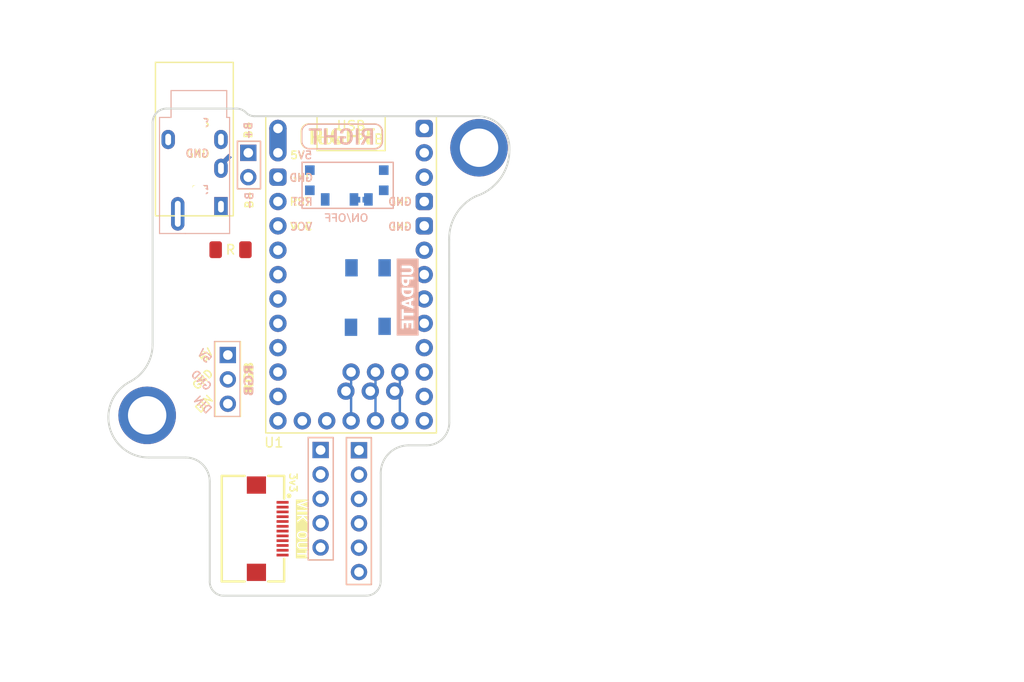
<source format=kicad_pcb>
(kicad_pcb (version 20240108) (generator "pcbnew") (generator_version "8.0")
  (layers (0 "F.Cu" signal) (31 "B.Cu" signal) (34 "B.Paste" user) (35 "F.Paste" user) (36 "B.SilkS" user "B.Silkscreen") (37 "F.SilkS" user "F.Silkscreen") (38 "B.Mask" user) (39 "F.Mask" user) (44 "Edge.Cuts" user))
  (net 0 "")
  (net 3 "col3_l")
  (net 4 "row1_l")
  (net 5 "col2_l")
  (net 6 "col1_l")
  (net 7 "row2_l")
  (net 8 "row4_l")
  (net 9 "row3_l")
  (net 10 "col4_l")
  (net 11 "col5_l")
  (net 12 "col6_l")
  (net 13 "row5_l")
  (net 14 "GND")
  (net 16 "+5V")
  (net 17 "serial_l")
  (net 18 "split_hand_l")
  (net 19 "BAT_sw_l")
  (net 20 "RGB_L")
  (net 22 "SCL_L")
  (net 23 "SDA_L")
  (net 24 "BAT_OR_5V_L")
  (net 25 "RST")
  (net 27 "GPIO_2_L")
  (net 28 "MISO_L")
  (net 29 "+3V3")
  (net 30 "TX")
  (net 31 "MOSI_L")
  (net 33 "SCLK_L")
  (net 34 "GPIO_1_L")
  (net 35 "SPI_CS_L")
  (footprint "library:5_PinHeader" (layer "F.Cu") (at 135 102.8)
    (property "Reference" "J9" (hide yes))
    (property "Value" "Ribbon")
    (fp_rect (start -1.29 -1.3) (end 1.32 11.46) (stroke (width 0.15)) (fill none) (layer "B.SilkS"))
    (fp_rect (start -1.29 -1.3) (end 1.32 11.46) (stroke (width 0.15)) (fill none) (layer "F.SilkS"))
    (pad "1" thru_hole rect (at 0 0) (size 1.7 1.7) (drill 1) (layers "*.Cu" "*.Mask") (net 3 "col3_l"))
    (pad "2" thru_hole oval (at 0 2.54) (size 1.7 1.7) (drill 1) (layers "*.Cu" "*.Mask") (net 4 "row1_l"))
    (pad "3" thru_hole oval (at 0 5.08) (size 1.7 1.7) (drill 1) (layers "*.Cu" "*.Mask") (net 5 "col2_l"))
    (pad "4" thru_hole oval (at 0 7.62) (size 1.7 1.7) (drill 1) (layers "*.Cu" "*.Mask") (net 6 "col1_l"))
    (pad "5" thru_hole oval (at 0 10.16) (size 1.7 1.7) (drill 1) (layers "*.Cu" "*.Mask") (net 7 "row2_l"))
  )
  (footprint "library:Dual-MCU-rp2040-nice-nano" (layer "F.Cu") (at 138.177458 84.51)
    (property "Reference" "U1" (at -9.14 17.51 0) (layer "F.SilkS") (effects (justify left)))
    (property "Value" "Dual MCU: RP2040 + nice!nano" (hide yes))
    (fp_line (start -3.55 -12.93) (end -3.55 -16.51) (stroke (width 0.15)) (layer "F.SilkS"))
    (fp_line (start 3.55 -12.93) (end -3.55 -12.93) (stroke (width 0.15)) (layer "F.SilkS"))
    (fp_line (start 3.55 -12.93) (end 3.55 -16.51) (stroke (width 0.15)) (layer "F.SilkS"))
    (fp_rect (start -8.89 -16.51) (end 8.89 16.51) (stroke (width 0.15)) (fill none) (layer "F.SilkS"))
    (fp_text user "GND" (at 5.1 -7.13 0) (layer "B.SilkS") (effects (font (size 0.8 0.8)) (justify bottom mirror)))
    (fp_text user "5V" (at -4.8 -11.98 0) (layer "B.SilkS") (effects (font (size 0.8 0.8)) (justify bottom mirror)))
    (fp_text user "GND" (at -5.2 -9.63 0) (layer "B.SilkS") (effects (font (size 0.8 0.8)) (justify bottom mirror)))
    (fp_text user "VCC" (at -5.2 -4.53 0) (layer "B.SilkS") (effects (font (size 0.8 0.8)) (justify bottom mirror)))
    (fp_text user "GND" (at 5.1 -4.53 0) (layer "B.SilkS") (effects (font (size 0.8 0.8)) (justify bottom mirror)))
    (fp_text user "RST" (at -5.1 -7.13 0) (layer "B.SilkS") (effects (font (size 0.8 0.8)) (justify bottom mirror)))
    (fp_text user "GND" (at -5.2 -9.63 0) (layer "F.SilkS") (effects (font (size 0.8 0.8)) (justify bottom)))
    (fp_text user "GND" (at 5.1 -4.53 0) (layer "F.SilkS") (effects (font (size 0.8 0.8)) (justify bottom)))
    (fp_text user "USB" (at 0 -14.93 0) (layer "F.SilkS") (effects (justify bottom)))
    (fp_text user "RST" (at -5.3 -7.13 0) (layer "F.SilkS") (effects (font (size 0.8 0.8)) (justify bottom)))
    (fp_text user "tow. PCB" (at 0 -13.53 0) (layer "F.SilkS") (effects (justify bottom)))
    (fp_text user "VCC" (at -5.2 -4.53 0) (layer "F.SilkS") (effects (font (size 0.8 0.8)) (justify bottom)))
    (fp_text user "5V" (at -5.6 -11.98 0) (layer "F.SilkS") (effects (font (size 0.8 0.8)) (justify bottom)))
    (fp_text user "GND" (at 5.1 -7.13 0) (layer "F.SilkS") (effects (font (size 0.8 0.8)) (justify bottom)))
    (pad "1" thru_hole circle (at 7.62 -12.7) (size 1.8 1.8) (drill 1) (layers "*.Cu" "B.Mask") (net 30 "TX"))
    (pad "2" thru_hole circle (at 7.62 -10.16) (size 1.8 1.8) (drill 1) (layers "*.Cu" "B.Mask") (net 17 "serial_l"))
    (pad "3" thru_hole roundrect (at 7.62 -7.62) (size 1.8 1.8) (drill 1) (layers "*.Cu" "B.Mask") (net 14 "GND"))
    (pad "4" thru_hole roundrect (at 7.62 -5.08) (size 1.8 1.8) (drill 1) (layers "*.Cu" "B.Mask") (net 14 "GND"))
    (pad "5" thru_hole circle (at 7.62 -2.54) (size 1.8 1.8) (drill 1) (layers "*.Cu" "B.Mask") (net 23 "SDA_L"))
    (pad "6" thru_hole circle (at 7.62 0) (size 1.8 1.8) (drill 1) (layers "*.Cu" "B.Mask") (net 22 "SCL_L"))
    (pad "7" thru_hole circle (at 7.62 2.54) (size 1.8 1.8) (drill 1) (layers "*.Cu" "B.Mask") (net 33 "SCLK_L"))
    (pad "8" thru_hole circle (at 7.62 5.08) (size 1.8 1.8) (drill 1) (layers "*.Cu" "B.Mask") (net 31 "MOSI_L"))
    (pad "9" thru_hole circle (at 7.62 7.62) (size 1.8 1.8) (drill 1) (layers "*.Cu" "B.Mask") (net 35 "SPI_CS_L"))
    (pad "10" thru_hole circle (at 7.62 10.16) (size 1.8 1.8) (drill 1) (layers "*.Cu" "B.Mask") (net 28 "MISO_L"))
    (pad "11" thru_hole circle (at 7.62 12.7) (size 1.8 1.8) (drill 1) (layers "*.Cu" "B.Mask") (net 4 "row1_l"))
    (pad "12" thru_hole circle (at 7.62 15.24) (size 1.8 1.8) (drill 1) (layers "*.Cu" "B.Mask") (net 7 "row2_l"))
    (pad "13" thru_hole oval (at -7.62 -12.7) (size 1.8 4.34) (drill 1 (offset 0 -1.27)) (layers "*.Cu" "B.Mask") (net 24 "BAT_OR_5V_L"))
    (pad "14" thru_hole roundrect (at -7.62 -10.16) (size 1.8 1.8) (drill 1) (layers "*.Cu" "B.Mask") (net 14 "GND"))
    (pad "15" thru_hole circle (at -7.62 -7.62) (size 1.8 1.8) (drill 1) (layers "*.Cu" "B.Mask") (net 25 "RST"))
    (pad "16" thru_hole circle (at -7.62 -5.08) (size 1.8 1.8) (drill 1) (layers "*.Cu" "B.Mask") (net 29 "+3V3"))
    (pad "17" thru_hole circle (at -7.62 -2.54) (size 1.8 1.8) (drill 1) (layers "*.Cu" "B.Mask") (net 34 "GPIO_1_L"))
    (pad "18" thru_hole circle (at -7.62 0) (size 1.8 1.8) (drill 1) (layers "*.Cu" "B.Mask") (net 27 "GPIO_2_L"))
    (pad "19" thru_hole circle (at -7.62 2.54) (size 1.8 1.8) (drill 1) (layers "*.Cu" "B.Mask") (net 6 "col1_l"))
    (pad "20" thru_hole circle (at -7.62 5.08) (size 1.8 1.8) (drill 1) (layers "*.Cu" "B.Mask") (net 5 "col2_l"))
    (pad "21" thru_hole circle (at -7.62 7.62) (size 1.8 1.8) (drill 1) (layers "*.Cu" "B.Mask") (net 3 "col3_l"))
    (pad "22" thru_hole circle (at -7.62 10.16) (size 1.8 1.8) (drill 1) (layers "*.Cu" "B.Mask") (net 10 "col4_l"))
    (pad "23" thru_hole circle (at -7.62 12.7) (size 1.8 1.8) (drill 1) (layers "*.Cu" "B.Mask") (net 11 "col5_l"))
    (pad "24" thru_hole circle (at -7.62 15.24) (size 1.8 1.8) (drill 1) (layers "*.Cu" "B.Mask") (net 18 "split_hand_l"))
    (pad "25" thru_hole circle (at 4.54 12.15) (size 1.8 1.8) (drill 1) (layers "*.Cu" "*.Mask") (net 9 "row3_l"))
    (pad "25" thru_hole circle (at 5.08 10.16) (size 1.8 1.8) (drill 1) (layers "*.Cu" "B.Mask") (net 9 "row3_l"))
    (pad "25" thru_hole circle (at 5.08 15.24) (size 1.8 1.8) (drill 1) (layers "*.Cu" "B.Mask") (net 9 "row3_l"))
    (pad "26" thru_hole circle (at 2 12.15) (size 1.8 1.8) (drill 1) (layers "*.Cu" "*.Mask") (net 8 "row4_l"))
    (pad "26" thru_hole circle (at 2.54 10.16) (size 1.8 1.8) (drill 1) (layers "*.Cu" "B.Mask") (net 8 "row4_l"))
    (pad "26" thru_hole circle (at 2.54 15.24) (size 1.8 1.8) (drill 1) (layers "*.Cu" "B.Mask") (net 8 "row4_l"))
    (pad "27" thru_hole circle (at -0.54 12.15) (size 1.8 1.8) (drill 1) (layers "*.Cu" "*.Mask") (net 20 "RGB_L"))
    (pad "27" thru_hole circle (at 0 10.16) (size 1.8 1.8) (drill 1) (layers "*.Cu" "B.Mask") (net 20 "RGB_L"))
    (pad "27" thru_hole circle (at 0 15.24) (size 1.8 1.8) (drill 1) (layers "*.Cu" "B.Mask") (net 20 "RGB_L"))
    (pad "28" thru_hole circle (at -2.54 15.24) (size 1.8 1.8) (drill 1) (layers "*.Cu" "B.Mask"))
    (pad "29" thru_hole circle (at -5.08 15.24) (size 1.8 1.8) (drill 1) (layers "*.Cu" "B.Mask"))
    (pad "30" thru_hole circle (at -7.62 -15.24) (size 1.8 1.8) (drill 1) (layers "*.Cu" "B.Mask"))
    (pad "31" thru_hole roundrect (at 7.62 -15.24) (size 1.8 1.8) (drill 1) (layers "*.Cu" "B.Mask"))
    (zone (net 0) (net_name "") (layers "*.Cu") (name "ANT") (connect_pads (clearance 0)) (min_thickness 0.25)
      (keepout (tracks allowed) (vias allowed) (pads allowed) (copperpour not_allowed) (footprints allowed))
      (fill (thermal_gap 0.5) (thermal_bridge_width 0.5))
      (polygon (pts (xy 124.287458 95.94) (xy 152.067458 95.94) (xy 152.067458 106.02) (xy 124.287458 106.02)))
    )
  )
  (footprint "library:header1x03" (layer "F.Cu") (at 125.337458 92.895)
    (property "Reference" "J4" (hide yes))
    (property "Value" "RGB")
    (fp_line (start -1.4 -1.41) (end -1.4 6.4) (stroke (width 0.12)) (layer "B.SilkS"))
    (fp_line (start 1.26 -1.41) (end -1.4 -1.41) (stroke (width 0.12)) (layer "B.SilkS"))
    (fp_line (start 1.26 -1.41) (end 1.26 6.4) (stroke (width 0.12)) (layer "B.SilkS"))
    (fp_line (start 1.26 6.4) (end -1.4 6.4) (stroke (width 0.12)) (layer "B.SilkS"))
    (fp_line (start -1.33 -1.4) (end -1.33 6.41) (stroke (width 0.12)) (layer "F.SilkS"))
    (fp_line (start -1.33 -1.4) (end 1.33 -1.4) (stroke (width 0.12)) (layer "F.SilkS"))
    (fp_line (start -1.33 6.41) (end 1.33 6.41) (stroke (width 0.12)) (layer "F.SilkS"))
    (fp_line (start 1.33 -1.4) (end 1.33 6.41) (stroke (width 0.12)) (layer "F.SilkS"))
    (pad "1" thru_hole rect (at 0 0) (size 1.7 1.7) (drill 1) (layers "*.Cu" "*.Mask") (net 16 "+5V"))
    (pad "2" thru_hole oval (at 0 2.54) (size 1.7 1.7) (drill 1) (layers "*.Cu" "*.Mask") (net 14 "GND"))
    (pad "3" thru_hole oval (at 0 5.08) (size 1.7 1.7) (drill 1) (layers "*.Cu" "*.Mask") (net 20 "RGB_L"))
  )
  (footprint "vik:vik-keyboard-connector-horizontal" (layer "F.Cu") (at 129 111 -90)
    (property "Reference" "J7" (hide yes))
    (property "Value" "~")
    (fp_line (start -5.5 4.295) (end -5.5 1.912) (stroke (width 0.254)) (layer "F.SilkS"))
    (fp_line (start 5.5 4.295) (end -5.5 4.295) (stroke (width 0.254)) (layer "F.SilkS"))
    (fp_line (start 5.5 4.295) (end 5.5 1.912) (stroke (width 0.254)) (layer "F.SilkS"))
    (fp_line (start -5.5 -0.539) (end -5.5 -2.2) (stroke (width 0.254)) (layer "F.SilkS"))
    (fp_line (start 5.5 -0.539) (end 5.5 -2.2) (stroke (width 0.254)) (layer "F.SilkS"))
    (fp_line (start -5.5 -2.2) (end -3.131 -2.2) (stroke (width 0.254)) (layer "F.SilkS"))
    (fp_line (start 5.5 -2.2) (end 3.131 -2.2) (stroke (width 0.254)) (layer "F.SilkS"))
    (fp_circle (center -3.429 -2.708) (end -3.302 -2.708) (stroke (width 0.254)) (fill none) (layer "F.SilkS"))
    (fp_text user "3v3" (at -5.9 -2.7 -90) (layer "F.SilkS") (effects (font (size 0.75 0.75)) (justify left bottom)))
    (fp_text user "VIK OUT" (at -3.05 -3.48 -90) (layer "F.SilkS" knockout) (effects (justify left bottom)))
    (pad "1" smd rect (at -2.75 -2.038 270) (size 0.28 1.25) (layers "F.Cu" "F.Paste" "F.Mask"))
    (pad "2" smd rect (at -2.25 -2.038 270) (size 0.28 1.25) (layers "F.Cu" "F.Paste" "F.Mask") (net 14 "GND"))
    (pad "3" smd rect (at -1.75 -2.038 270) (size 0.28 1.25) (layers "F.Cu" "F.Paste" "F.Mask") (net 23 "SDA_L"))
    (pad "4" smd rect (at -1.25 -2.038 270) (size 0.28 1.25) (layers "F.Cu" "F.Paste" "F.Mask") (net 22 "SCL_L"))
    (pad "5" smd rect (at -0.75 -2.038 270) (size 0.28 1.25) (layers "F.Cu" "F.Paste" "F.Mask") (net 20 "RGB_L"))
    (pad "6" smd rect (at -0.25 -2.038 270) (size 0.28 1.25) (layers "F.Cu" "F.Paste" "F.Mask") (net 16 "+5V"))
    (pad "7" smd rect (at 0.25 -2.038 270) (size 0.28 1.25) (layers "F.Cu" "F.Paste" "F.Mask"))
    (pad "8" smd rect (at 0.75 -2.038 270) (size 0.28 1.25) (layers "F.Cu" "F.Paste" "F.Mask") (net 31 "MOSI_L"))
    (pad "9" smd rect (at 1.25 -2.038 270) (size 0.28 1.25) (layers "F.Cu" "F.Paste" "F.Mask"))
    (pad "10" smd rect (at 1.75 -2.038 270) (size 0.28 1.25) (layers "F.Cu" "F.Paste" "F.Mask") (net 35 "SPI_CS_L"))
    (pad "11" smd rect (at 2.25 -2.038 270) (size 0.28 1.25) (layers "F.Cu" "F.Paste" "F.Mask") (net 28 "MISO_L"))
    (pad "12" smd rect (at 2.75 -2.038 270) (size 0.28 1.25) (layers "F.Cu" "F.Paste" "F.Mask") (net 33 "SCLK_L"))
    (pad "13" smd rect (at 4.55 0.686 270) (size 1.8 2) (layers "F.Cu" "F.Paste" "F.Mask"))
    (pad "14" smd rect (at -4.55 0.686 270) (size 1.8 2) (layers "F.Cu" "F.Paste" "F.Mask"))
  )
  (footprint "library:R_1206_handsolder" (layer "F.Cu") (at 125.617458 81.915)
    (property "Reference" "R6" (hide yes))
    (property "Value" "5.1k")
    (fp_text user "R" (at 0 0 0) (layer "F.SilkS"))
    (pad "1" smd roundrect (at -1.55 0) (size 1.3 1.75) (layers "F.Cu" "F.Paste" "F.Mask") (roundrect_rratio 0.192308) (net 16 "+5V"))
    (pad "2" smd roundrect (at 1.55 0) (size 1.3 1.75) (layers "F.Cu" "F.Paste" "F.Mask") (roundrect_rratio 0.192308) (net 18 "split_hand_l"))
  )
  (footprint "library:MountingHole_4mm_Pad_thin" (layer "F.Cu") (at 116.930078 99.18266)
    (property "Reference" "H4" (hide yes))
    (property "Value" "M4")
    (pad "1" thru_hole circle (at 0 0) (size 6 6) (drill 4) (layers "*.Cu" "*.Mask") (net 14 "GND"))
  )
  (footprint "library:MountingHole_4mm_Pad_thin" (layer "F.Cu") (at 151.505078 71.28266)
    (property "Reference" "H2" (hide yes))
    (property "Value" "M4")
    (pad "1" thru_hole circle (at 0 0) (size 6 6) (drill 4) (layers "*.Cu" "*.Mask") (net 14 "GND"))
  )
  (footprint "kibuzzard-61F01B61" (layer "F.Cu") (at 137.299356 70.089775)
    (property "Reference" "kibuzzard-61F01B61" (hide yes))
    (property "Value" "G***" (hide yes))
    (fp_poly (pts (xy -1.550487 0.84646) (xy -1.843492 0.84646) (xy -1.843492 -0.84646) (xy -1.550487 -0.84646) (xy -1.550487 0.84646)) (fill solid) (layer "F.SilkS"))
    (fp_poly (pts (xy 3.346889 -0.609265) (xy 2.819014 -0.609265) (xy 2.819014 0.84646) (xy 2.527171 0.84646) (xy 2.527171 -0.609265) (xy 2.003947 -0.609265) (xy 2.003947 -0.84646) (xy 3.346889 -0.84646) (xy 3.346889 -0.609265)) (fill solid) (layer "F.SilkS"))
    (fp_poly (pts (xy 1.776054 0.84646) (xy 1.483049 0.84646) (xy 1.483049 0.09418) (xy 0.726118 0.09418) (xy 0.726118 0.84646) (xy 0.43195 0.84646) (xy 0.43195 -0.84646) (xy 0.726118 -0.84646) (xy 0.726118 -0.141852) (xy 1.483049 -0.141852) (xy 1.483049 -0.84646) (xy 1.776054 -0.84646) (xy 1.776054 0.84646)) (fill solid) (layer "F.SilkS"))
    (fp_poly (pts (xy -2.724834 0.194174) (xy -3.052721 -0.041858) (xy -2.750414 -0.041858) (xy -2.617863 -0.060607) (xy -2.51787 -0.116853) (xy -2.455083 -0.205656) (xy -2.434154 -0.322073) (xy -2.453484 -0.442706) (xy -2.511475 -0.532526) (xy -2.607835 -0.588918) (xy -2.742274 -0.609265) (xy -3.052721 -0.609265) (xy -3.052721 -0.041858) (xy -2.724834 0.194174) (xy -3.052721 0.194174) (xy -3.052721 0.84646) (xy -3.346889 0.84646) (xy -3.346889 -0.84646) (xy -2.751576 -0.84646) (xy -2.571096 -0.831861) (xy -2.42033 -0.788066) (xy -2.299278 -0.715073) (xy -2.210782 -0.614433) (xy -2.157685 -0.487696) (xy -2.139986 -0.334863) (xy -2.160479 -0.178913) (xy -2.221957 -0.050578) (xy -2.320062 0.050724) (xy -2.450432 0.125574) (xy -2.070222 0.831345) (xy -2.070222 0.84646) (xy -2.38532 0.84646) (xy -2.724834 0.194174)) (fill solid) (layer "F.SilkS"))
    (fp_poly (pts (xy 0.108714 0.626706) (xy -0.000872 0.731932) (xy -0.145921 0.80809) (xy -0.319748 0.854308) (xy -0.515666 0.869714) (xy -0.652092 0.858991) (xy -0.777666 0.826823) (xy -0.892387 0.773209) (xy -1.037582 0.655919) (xy -1.145279 0.497063) (xy -1.195082 0.370649) (xy -1.225894 0.230929) (xy -1.237715 0.077902) (xy -1.237715 -0.054648) (xy -1.226233 -0.235996) (xy -1.191788 -0.396342) (xy -1.134378 -0.535687) (xy -1.054005 -0.65403) (xy -0.953067 -0.748392) (xy -0.833961 -0.815793) (xy -0.696687 -0.856234) (xy -0.541246 -0.869714) (xy -0.365805 -0.854211) (xy -0.216201 -0.807703) (xy -0.092436 -0.730188) (xy 0.003682 -0.623476) (xy 0.070345 -0.489376) (xy 0.107552 -0.327887) (xy -0.180803 -0.327887) (xy -0.22128 -0.461672) (xy -0.293877 -0.557233) (xy -0.398595 -0.61457) (xy -0.535432 -0.633682) (xy -0.709404 -0.598074) (xy -0.835995 -0.491249) (xy -0.89355 -0.381501) (xy -0.929013 -0.242169) (xy -0.942384 -0.073251) (xy -0.942384 0.056973) (xy -0.92953 0.226278) (xy -0.890966 0.368324) (xy -0.826694 0.48311) (xy -0.688475 0.596911) (xy -0.505202 0.634845) (xy -0.31219 0.609265) (xy -0.184291 0.532526) (xy -0.184291 0.201151) (xy -0.533107 0.201151) (xy -0.533107 -0.022092) (xy 0.108714 -0.022092) (xy 0.108714 0.626706)) (fill solid) (layer "F.SilkS"))
  )
  (footprint "library:PinHeader_1x02_P2.54mm_Vertical" (layer "F.Cu") (at 127.467458 71.815)
    (property "Reference" "J3" (hide yes))
    (property "Value" "Battery charge")
    (pad "1" thru_hole rect (at 0 0) (size 1.7 1.7) (drill 1) (layers "*.Cu" "*.Mask") (net 19 "BAT_sw_l"))
    (pad "2" thru_hole oval (at 0 2.54) (size 1.7 1.7) (drill 1) (layers "*.Cu" "*.Mask") (net 14 "GND"))
  )
  (footprint "library:6_PinHeader" (layer "F.Cu") (at 139 102.819999)
    (property "Reference" "J10" (hide yes))
    (property "Value" "Ribbon")
    (fp_rect (start -1.31 -1.31) (end 1.29 14) (stroke (width 0.15)) (fill none) (layer "B.SilkS"))
    (fp_rect (start -1.31 -1.31) (end 1.29 14) (stroke (width 0.15)) (fill none) (layer "F.SilkS"))
    (pad "1" thru_hole rect (at 0 0) (size 1.7 1.7) (drill 1) (layers "*.Cu" "*.Mask") (net 8 "row4_l"))
    (pad "2" thru_hole oval (at 0 2.54) (size 1.7 1.7) (drill 1) (layers "*.Cu" "*.Mask") (net 9 "row3_l"))
    (pad "3" thru_hole oval (at 0 5.08) (size 1.7 1.7) (drill 1) (layers "*.Cu" "*.Mask") (net 10 "col4_l"))
    (pad "4" thru_hole oval (at 0 7.62) (size 1.7 1.7) (drill 1) (layers "*.Cu" "*.Mask") (net 11 "col5_l"))
    (pad "5" thru_hole oval (at 0 10.16) (size 1.7 1.7) (drill 1) (layers "*.Cu" "*.Mask") (net 12 "col6_l"))
    (pad "6" thru_hole oval (at 0 12.7) (size 1.7 1.7) (drill 1) (layers "*.Cu" "*.Mask") (net 13 "row5_l"))
  )
  (footprint "kibuzzard-61F01C84" (layer "B.Cu") (at 144.067458 86.85 -90)
    (property "Reference" "kibuzzard-61F01C84" (hide yes))
    (property "Value" "G***" (hide yes))
    (fp_poly (pts (xy 0.508186 -0.149216) (xy 0.775069 -0.149216) (xy 0.641201 0.281378) (xy 0.508186 -0.149216)) (fill solid) (layer "B.SilkS"))
    (fp_poly (pts (xy -1.824695 0.040075) (xy -1.628583 0.040075) (xy -1.55195 0.050947) (xy -1.495994 0.083561) (xy -1.450377 0.206344) (xy -1.462101 0.284576) (xy -1.497273 0.345328) (xy -1.552696 0.38455) (xy -1.625172 0.398193) (xy -1.824695 0.398193) (xy -1.824695 0.040075)) (fill solid) (layer "B.SilkS"))
    (fp_poly (pts (xy -0.688098 0.398193) (xy -0.688098 -0.381992) (xy -0.584073 -0.381992) (xy -0.470243 -0.359077) (xy -0.386255 -0.290331) (xy -0.347886 -0.219323) (xy -0.324864 -0.128515) (xy -0.31719 -0.017906) (xy -0.31719 0.035812) (xy -0.324864 0.1459) (xy -0.347886 0.236282) (xy -0.386255 0.306958) (xy -0.471095 0.375384) (xy -0.587484 0.398193) (xy -0.688098 0.398193)) (fill solid) (layer "B.SilkS"))
    (fp_poly (pts (xy -3.288714 1.141894) (xy -2.310712 0.629264) (xy -2.310712 -0.183322) (xy -2.32542 -0.312181) (xy -2.369545 -0.422494) (xy -2.123979 -0.612211) (xy -2.123979 0.629264) (xy -1.628583 0.629264) (xy -1.494395 0.616154) (xy -1.376621 0.576825) (xy -1.279418 0.513302) (xy -1.206942 0.42761) (xy -1.161857 0.324331) (xy -1.146829 0.208049) (xy -1.161277 0.095072) (xy -1.204621 -0.001705) (xy -1.27686 -0.082282) (xy -1.3743 -0.142679) (xy -1.493246 -0.178917) (xy -1.633699 -0.190996) (xy -1.824695 -0.190996) (xy -1.824695 -0.612211) (xy -2.123979 -0.612211) (xy -2.369545 -0.422494) (xy -2.441169 -0.51149) (xy -2.538372 -0.576399) (xy -2.658384 -0.616048) (xy -2.798434 -0.629264) (xy -2.938933 -0.61619) (xy -3.058022 -0.576967) (xy -3.155699 -0.511597) (xy -3.228459 -0.423488) (xy -3.272798 -0.316053) (xy -3.288714 -0.189291) (xy -3.288714 0.629264) (xy -2.987725 0.629264) (xy -2.987725 -0.195259) (xy -2.964419 -0.308474) (xy -2.901322 -0.376403) (xy -2.798434 -0.399045) (xy -2.716792 -0.386255) (xy -2.657745 -0.347886) (xy -2.621933 -0.280739) (xy -2.609996 -0.181617) (xy -2.609996 0.629264) (xy -2.310712 0.629264) (xy -3.288714 1.141894) (xy -4.016318 1.141894) (xy -4.016318 -1.141894) (xy -0.987382 -0.612211) (xy -0.987382 0.629264) (xy -0.587484 0.629264) (xy -0.481469 0.620974) (xy -0.382845 0.596105) (xy -0.29161 0.554656) (xy -0.210465 0.498096) (xy -0.14211 0.427894) (xy -0.086545 0.344049) (xy -0.045475 0.249735) (xy -0.020606 0.148126) (xy -0.011937 0.039222) (xy -0.011937 -0.017906) (xy -0.019943 -0.127662) (xy -0.043959 -0.229555) (xy -0.083987 -0.323585) (xy -0.138557 -0.407146) (xy -0.206202 -0.477632) (xy 0.045191 -0.612211) (xy 0.500512 0.629264) (xy 0.78189 0.629264) (xy 1.267907 0.398193) (xy 1.267907 0.629264) (xy 2.305596 0.629264) (xy 2.305596 0.398193) (xy 1.932983 0.398193) (xy 1.932983 -0.612211) (xy 1.633699 -0.612211) (xy 1.633699 0.398193) (xy 1.267907 0.398193) (xy 0.78189 0.629264) (xy 1.240622 -0.612211) (xy 0.919169 -0.612211) (xy 0.846693 -0.380287) (xy 0.436563 -0.380287) (xy 0.364939 -0.612211) (xy 0.045191 -0.612211) (xy -0.206202 -0.477632) (xy -0.28692 -0.535045) (xy -0.377539 -0.577536) (xy -0.474885 -0.603258) (xy -0.578957 -0.612211) (xy -0.987382 -0.612211) (xy -4.016318 -1.141894) (xy -3.288714 -1.141894) (xy 3.288714 -1.141894) (xy 3.287009 -0.612211) (xy 2.43179 -0.612211) (xy 2.43179 0.629264) (xy 3.288714 0.629264) (xy 3.288714 0.398193) (xy 2.731074 0.398193) (xy 2.731074 0.136426) (xy 3.201743 0.136426) (xy 3.201743 -0.086119) (xy 2.731074 -0.086119) (xy 2.731074 -0.381992) (xy 3.287009 -0.381992) (xy 3.287009 -0.612211) (xy 3.288714 -1.141894) (xy 4.016318 -1.141894) (xy 4.016318 1.141894) (xy 3.288714 1.141894) (xy -3.288714 1.141894)) (fill solid) (layer "B.SilkS"))
  )
  (footprint "library:power_switch_jumper" (layer "B.Cu") (at 139.249958 76.7 90)
    (property "Reference" "JP1" (hide yes))
    (property "Value" "Jumper_2_Open" (hide yes))
    (pad "1" smd rect (at 0 -0.3175) (size 0.4 0.6) (layers "B.Cu" "B.Paste" "B.Mask") (net 24 "BAT_OR_5V_L") (clearance 0.1905))
    (pad "2" smd rect (at 0 0.3175) (size 0.4 0.6) (layers "B.Cu" "B.Paste" "B.Mask") (net 19 "BAT_sw_l") (clearance 0.1905))
  )
  (footprint "kibuzzard-620B8593" (layer "B.Cu") (at 137.667458 78.6 180)
    (property "Reference" "kibuzzard-620B8593" (hide yes))
    (property "Value" "G***" (hide yes))
    (fp_poly (pts (xy -0.393774 -0.496404) (xy -0.512217 -0.496404) (xy -0.15689 0.484001) (xy -0.038447 0.484001) (xy -0.393774 -0.496404)) (fill solid) (layer "B.SilkS"))
    (fp_poly (pts (xy 2.175371 -0.036277) (xy 1.811982 -0.036277) (xy 1.811982 -0.418889) (xy 1.655093 -0.418889) (xy 1.655093 0.484001) (xy 2.228701 0.484001) (xy 2.228701 0.357498) (xy 1.811982 0.357498) (xy 1.811982 0.088987) (xy 2.175371 0.088987) (xy 2.175371 -0.036277)) (fill solid) (layer "B.SilkS"))
    (fp_poly (pts (xy 1.477739 -0.036277) (xy 1.114351 -0.036277) (xy 1.114351 -0.418889) (xy 0.957461 -0.418889) (xy 0.957461 0.484001) (xy 1.531069 0.484001) (xy 1.531069 0.357498) (xy 1.114351 0.357498) (xy 1.114351 0.088987) (xy 1.477739 0.088987) (xy 1.477739 -0.036277)) (fill solid) (layer "B.SilkS"))
    (fp_poly (pts (xy -0.607095 -0.418889) (xy -0.763984 -0.418889) (xy -1.16644 0.221692) (xy -1.16644 -0.418889) (xy -1.32333 -0.418889) (xy -1.32333 0.484001) (xy -1.16644 0.484001) (xy -0.762744 -0.15906) (xy -0.762744 0.484001) (xy -0.607095 0.484001) (xy -0.607095 -0.418889)) (fill solid) (layer "B.SilkS"))
    (fp_poly (pts (xy 0.801191 0.008992) (xy 0.644302 0.056121) (xy 0.637997 0.14838) (xy 0.619084 0.225068) (xy 0.587561 0.286184) (xy 0.518961 0.34618) (xy 0.426641 0.366179) (xy 0.336026 0.346258) (xy 0.267581 0.286494) (xy 0.235576 0.226033) (xy 0.216042 0.150895) (xy 0.208979 0.061082) (xy 0.208979 0.008992) (xy 0.215422 -0.082717) (xy 0.234749 -0.159405) (xy 0.26696 -0.221072) (xy 0.336181 -0.281998) (xy 0.427881 -0.302307) (xy 0.520046 -0.282463) (xy 0.588181 -0.222932) (xy 0.619359 -0.161885) (xy 0.638066 -0.084577) (xy 0.644302 0.008992) (xy 0.644302 0.056121) (xy 0.801191 0.008992) (xy 0.796093 -0.075861) (xy 0.780796 -0.153479) (xy 0.755303 -0.223862) (xy 0.69957 -0.312384) (xy 0.624148 -0.377651) (xy 0.564444 -0.407451) (xy 0.499022 -0.425331) (xy 0.427881 -0.431292) (xy 0.324089 -0.417881) (xy 0.232234 -0.377651) (xy 0.156115 -0.312617) (xy 0.099529 -0.224792) (xy 0.073449 -0.15527) (xy 0.057636 -0.078996) (xy 0.05209 0.004031) (xy 0.05209 0.05488) (xy 0.057292 0.139492) (xy 0.072898 0.217213) (xy 0.098909 0.288044) (xy 0.134393 0.35016) (xy 0.178421 0.401733) (xy 0.230994 0.442764) (xy 0.322538 0.482994) (xy 0.426641 0.496404) (xy 0.530743 0.483149) (xy 0.622288 0.443384) (xy 0.697864 0.378737) (xy 0.754063 0.290835) (xy 0.77997 0.220865) (xy 0.795679 0.14366) (xy 0.801191 0.059221) (xy 0.801191 0.008992)) (fill solid) (layer "B.SilkS"))
    (fp_poly (pts (xy -1.4796 0.008992) (xy -1.636489 0.056121) (xy -1.642794 0.14838) (xy -1.661707 0.225068) (xy -1.69323 0.286184) (xy -1.76183 0.34618) (xy -1.85415 0.366179) (xy -1.944765 0.346258) (xy -2.01321 0.286494) (xy -2.045215 0.226033) (xy -2.064749 0.150895) (xy -2.071812 0.061082) (xy -2.071812 0.008992) (xy -2.065369 -0.082717) (xy -2.046042 -0.159405) (xy -2.013831 -0.221072) (xy -1.94461 -0.281998) (xy -1.85291 -0.302307) (xy -1.760745 -0.282463) (xy -1.69261 -0.222932) (xy -1.661432 -0.161885) (xy -1.642725 -0.084577) (xy -1.636489 0.008992) (xy -1.636489 0.056121) (xy -1.4796 0.008992) (xy -1.484698 -0.075861) (xy -1.499995 -0.153479) (xy -1.525488 -0.223862) (xy -1.581221 -0.312384) (xy -1.656643 -0.377651) (xy -1.716347 -0.407451) (xy -1.781769 -0.425331) (xy -1.85291 -0.431292) (xy -1.956702 -0.417881) (xy -2.048557 -0.377651) (xy -2.124677 -0.312617) (xy -2.181262 -0.224792) (xy -2.207342 -0.15527) (xy -2.223155 -0.078996) (xy -2.228701 0.004031) (xy -2.228701 0.05488) (xy -2.223499 0.139492) (xy -2.207893 0.217213) (xy -2.181882 0.288044) (xy -2.146398 0.35016) (xy -2.10237 0.401733) (xy -2.049797 0.442764) (xy -1.958253 0.482994) (xy -1.85415 0.496404) (xy -1.750048 0.483149) (xy -1.658503 0.443384) (xy -1.582927 0.378737) (xy -1.526729 0.290835) (xy -1.500821 0.220865) (xy -1.485112 0.14366) (xy -1.4796 0.059221) (xy -1.4796 0.008992)) (fill solid) (layer "B.SilkS"))
  )
  (footprint "library:PushSwitch" (layer "B.Cu") (at 139.967458 86.9 -90)
    (property "Reference" "SW1" (hide yes))
    (property "Value" "SW_SPST")
    (pad "1" smd rect (at -3.1 1.75 270) (size 1.8 1.3) (layers "B.Cu" "B.Paste" "B.Mask") (net 25 "RST"))
    (pad "1" smd rect (at 3.1 1.8 270) (size 1.8 1.3) (layers "B.Cu" "B.Paste" "B.Mask") (net 25 "RST"))
    (pad "2" smd rect (at -3.1 -1.7 270) (size 1.8 1.3) (layers "B.Cu" "B.Paste" "B.Mask") (net 14 "GND"))
    (pad "2" smd rect (at 3 -1.7 270) (size 1.8 1.3) (layers "B.Cu" "B.Paste" "B.Mask") (net 14 "GND"))
  )
  (footprint "library:Jack_3.5mm_PJ320E_Horizontal" (layer "B.Cu") (at 124.620078 77.42266 180)
    (property "Reference" "J1" (hide yes))
    (property "Value" "Serial")
    (fp_line (start 6.4 9.3) (end 5.2 9.3) (stroke (width 0.12)) (layer "B.SilkS"))
    (fp_line (start 6.4 -2.8) (end 6.4 9.3) (stroke (width 0.12)) (layer "B.SilkS"))
    (fp_line (start 5.2 12.1) (end 5.2 9.3) (stroke (width 0.12)) (layer "B.SilkS"))
    (fp_line (start 3.7 -2.8) (end 6.4 -2.8) (stroke (width 0.12)) (layer "B.SilkS"))
    (fp_line (start 3.7 -2.8) (end -0.9 -2.8) (stroke (width 0.12)) (layer "B.SilkS"))
    (fp_line (start -0.6 12.1) (end 5.2 12.1) (stroke (width 0.12)) (layer "B.SilkS"))
    (fp_line (start -0.6 12.1) (end -0.6 9.3) (stroke (width 0.12)) (layer "B.SilkS"))
    (fp_line (start -0.6 9.3) (end -0.9 9.3) (stroke (width 0.12)) (layer "B.SilkS"))
    (fp_line (start -0.9 -2.8) (end -0.9 9.3) (stroke (width 0.12)) (layer "B.SilkS"))
    (pad "" np_thru_hole oval (at 2.3 1.6 270) (size 1.5 1.5) (drill oval 1.5) (layers "*.Cu" "*.Mask"))
    (pad "" np_thru_hole oval (at 2.3 8.6 270) (size 1.5 1.5) (drill oval 1.5) (layers "*.Cu" "*.Mask"))
    (pad "" thru_hole oval (at 5.5 7 270) (size 2 1.4) (drill oval 1.2 0.6) (layers "*.Cu" "*.Mask"))
    (pad "R1" thru_hole oval (at 0 4 270) (size 2 1.4) (drill oval 1.2 0.6) (layers "*.Cu" "*.Mask") (net 14 "GND"))
    (pad "R2" thru_hole oval (at 0 7 270) (size 2 1.4) (drill oval 1.2 0.6) (layers "*.Cu" "*.Mask") (net 17 "serial_l"))
    (pad "S" thru_hole oval (at 4.5 -0.75 270) (size 3.5 1.4) (drill oval 2.7 0.6) (layers "*.Cu" "*.Mask"))
    (pad "T" thru_hole rect (at 0 0 270) (size 2 1.4) (drill oval 1.2 0.6) (layers "*.Cu" "*.Mask") (net 16 "+5V"))
  )
  (footprint "library:SW_SPDT+H-MSK12C01_hor(7pin_SMD)" (layer "B.Cu") (at 137.727458 74.67)
    (property "Reference" "SW3")
    (property "Value" "SW_SPDT")
    (pad "" np_thru_hole circle (at -1.5 0) (size 0.9 0.9) (drill 0.9) (layers "*.Cu" "*.Mask") (clearance 0.2))
    (pad "" np_thru_hole circle (at 1.5 0) (size 0.9 0.9) (drill 0.9) (layers "*.Cu" "*.Mask") (clearance 0.2))
    (pad "1" smd rect (at -2.25 2) (size 0.9 1.3) (layers "B.Cu" "B.Paste" "B.Mask"))
    (pad "2" smd rect (at 0.75 2) (size 0.9 1.3) (layers "B.Cu" "B.Paste" "B.Mask") (net 24 "BAT_OR_5V_L"))
    (pad "3" smd rect (at 2.25 2) (size 0.9 1.3) (layers "B.Cu" "B.Paste" "B.Mask") (net 19 "BAT_sw_l"))
    (pad "H" smd rect (at -3.85 -1.05) (size 1 1) (layers "B.Cu" "B.Paste" "B.Mask"))
    (pad "H" smd rect (at -3.85 1.05) (size 1 1) (layers "B.Cu" "B.Paste" "B.Mask"))
    (pad "H" smd rect (at 3.85 -1.05) (size 1 1) (layers "B.Cu" "B.Paste" "B.Mask"))
    (pad "H" smd rect (at 3.85 1.05) (size 1 1) (layers "B.Cu" "B.Paste" "B.Mask"))
  )
  (footprint "kibuzzard-61F01B61" (layer "B.Cu") (at 137.118986 70.110754 180)
    (property "Reference" "kibuzzard-61F01B61" (hide yes))
    (property "Value" "G***" (hide yes))
    (fp_poly (pts (xy -1.550487 -0.84646) (xy -1.843492 -0.84646) (xy -1.843492 0.84646) (xy -1.550487 0.84646) (xy -1.550487 -0.84646)) (fill solid) (layer "B.SilkS"))
    (fp_poly (pts (xy 3.346889 0.609265) (xy 2.819014 0.609265) (xy 2.819014 -0.84646) (xy 2.527171 -0.84646) (xy 2.527171 0.609265) (xy 2.003947 0.609265) (xy 2.003947 0.84646) (xy 3.346889 0.84646) (xy 3.346889 0.609265)) (fill solid) (layer "B.SilkS"))
    (fp_poly (pts (xy 1.776054 -0.84646) (xy 1.483049 -0.84646) (xy 1.483049 -0.09418) (xy 0.726118 -0.09418) (xy 0.726118 -0.84646) (xy 0.43195 -0.84646) (xy 0.43195 0.84646) (xy 0.726118 0.84646) (xy 0.726118 0.141852) (xy 1.483049 0.141852) (xy 1.483049 0.84646) (xy 1.776054 0.84646) (xy 1.776054 -0.84646)) (fill solid) (layer "B.SilkS"))
    (fp_poly (pts (xy -2.724834 -0.194174) (xy -3.052721 0.041858) (xy -2.750414 0.041858) (xy -2.617863 0.060607) (xy -2.51787 0.116853) (xy -2.455083 0.205656) (xy -2.434154 0.322073) (xy -2.453484 0.442706) (xy -2.511475 0.532526) (xy -2.607835 0.588918) (xy -2.742274 0.609265) (xy -3.052721 0.609265) (xy -3.052721 0.041858) (xy -2.724834 -0.194174) (xy -3.052721 -0.194174) (xy -3.052721 -0.84646) (xy -3.346889 -0.84646) (xy -3.346889 0.84646) (xy -2.751576 0.84646) (xy -2.571096 0.831861) (xy -2.42033 0.788066) (xy -2.299278 0.715073) (xy -2.210782 0.614433) (xy -2.157685 0.487696) (xy -2.139986 0.334863) (xy -2.160479 0.178913) (xy -2.221957 0.050578) (xy -2.320062 -0.050724) (xy -2.450432 -0.125574) (xy -2.070222 -0.831345) (xy -2.070222 -0.84646) (xy -2.38532 -0.84646) (xy -2.724834 -0.194174)) (fill solid) (layer "B.SilkS"))
    (fp_poly (pts (xy 0.108714 -0.626706) (xy -0.000872 -0.731932) (xy -0.145921 -0.80809) (xy -0.319748 -0.854308) (xy -0.515666 -0.869714) (xy -0.652092 -0.858991) (xy -0.777666 -0.826823) (xy -0.892387 -0.773209) (xy -1.037582 -0.655919) (xy -1.145279 -0.497063) (xy -1.195082 -0.370649) (xy -1.225894 -0.230929) (xy -1.237715 -0.077902) (xy -1.237715 0.054648) (xy -1.226233 0.235996) (xy -1.191788 0.396342) (xy -1.134378 0.535687) (xy -1.054005 0.65403) (xy -0.953067 0.748392) (xy -0.833961 0.815793) (xy -0.696687 0.856234) (xy -0.541246 0.869714) (xy -0.365805 0.854211) (xy -0.216201 0.807703) (xy -0.092436 0.730188) (xy 0.003682 0.623476) (xy 0.070345 0.489376) (xy 0.107552 0.327887) (xy -0.180803 0.327887) (xy -0.22128 0.461672) (xy -0.293877 0.557233) (xy -0.398595 0.61457) (xy -0.535432 0.633682) (xy -0.709404 0.598074) (xy -0.835995 0.491249) (xy -0.89355 0.381501) (xy -0.929013 0.242169) (xy -0.942384 0.073251) (xy -0.942384 -0.056973) (xy -0.92953 -0.226278) (xy -0.890966 -0.368324) (xy -0.826694 -0.48311) (xy -0.688475 -0.596911) (xy -0.505202 -0.634845) (xy -0.31219 -0.609265) (xy -0.184291 -0.532526) (xy -0.184291 -0.201151) (xy -0.533107 -0.201151) (xy -0.533107 0.022092) (xy 0.108714 0.022092) (xy 0.108714 -0.626706)) (fill solid) (layer "B.SilkS"))
  )
  (gr_arc (start 133.822269 71.391078) (mid 133.278985 71.160325) (end 133.04138 70.62) (stroke (width 0.15)) (layer "B.SilkS"))
  (gr_rect (start 133.067458 72.8) (end 142.567458 77.6) (stroke (width 0.15)) (fill none) (layer "B.SilkS"))
  (gr_rect (start 126.337458 70.61) (end 128.737458 75.56) (stroke (width 0.15)) (fill none) (layer "B.SilkS"))
  (gr_line (start 140.662458 68.82) (end 133.837458 68.82) (stroke (width 0.15)) (layer "B.SilkS"))
  (gr_arc (start 140.662458 68.82) (mid 141.205742 69.050755) (end 141.443347 69.591078) (stroke (width 0.15)) (layer "B.SilkS"))
  (gr_line (start 133.822269 71.391078) (end 140.647269 71.391079) (stroke (width 0.15)) (layer "B.SilkS"))
  (gr_line (start 141.443347 69.591078) (end 141.443347 70.610189) (stroke (width 0.15)) (layer "B.SilkS"))
  (gr_line (start 133.04138 70.62) (end 133.04138 69.600889) (stroke (width 0.15)) (layer "B.SilkS"))
  (gr_arc (start 133.04138 69.600889) (mid 133.281082 69.049025) (end 133.837458 68.819999) (stroke (width 0.15)) (layer "B.SilkS"))
  (gr_arc (start 141.443347 70.610189) (mid 141.203654 71.162071) (end 140.647269 71.391079) (stroke (width 0.15)) (layer "B.SilkS"))
  (gr_line (start 132.974995 70.58921) (end 132.974995 69.570099) (stroke (width 0.15)) (layer "F.SilkS"))
  (gr_line (start 133.771073 71.3701) (end 140.596073 71.370099) (stroke (width 0.15)) (layer "F.SilkS"))
  (gr_arc (start 141.376962 70.599021) (mid 141.139357 71.139349) (end 140.596073 71.370099) (stroke (width 0.15)) (layer "F.SilkS"))
  (gr_rect (start 126.337458 70.61) (end 128.737458 75.58) (stroke (width 0.15)) (fill none) (layer "F.SilkS"))
  (gr_arc (start 132.974995 69.570099) (mid 133.212596 69.029773) (end 133.755884 68.799021) (stroke (width 0.15)) (layer "F.SilkS"))
  (gr_arc (start 133.771073 71.3701) (mid 133.214692 71.141075) (end 132.974995 70.58921) (stroke (width 0.15)) (layer "F.SilkS"))
  (gr_rect (start 117.795078 62.38266) (end 125.905078 78.38266) (stroke (width 0.15)) (fill none) (layer "F.SilkS"))
  (gr_line (start 141.376962 69.57991) (end 141.376962 70.599021) (stroke (width 0.15)) (layer "F.SilkS"))
  (gr_arc (start 140.580884 68.79902) (mid 141.137296 69.028026) (end 141.376962 69.57991) (stroke (width 0.15)) (layer "F.SilkS"))
  (gr_line (start 140.580884 68.799021) (end 133.755884 68.799021) (stroke (width 0.15)) (layer "F.SilkS"))
  (gr_line (start 148.397463 80.872466) (end 148.40928 99.93825) (stroke (width 0.2)) (layer "Edge.Cuts"))
  (gr_arc (start 117.498944 91.773751) (mid 116.872821 94.044067) (end 115.164267 95.664932) (stroke (width 0.2)) (layer "Edge.Cuts"))
  (gr_arc (start 128.128728 67.994096) (mid 127.599673 67.884516) (end 127.166894 67.561092) (stroke (width 0.2)) (layer "Edge.Cuts"))
  (gr_line (start 124.903582 117.982362) (end 139.767458 117.982363) (stroke (width 0.2)) (layer "Edge.Cuts"))
  (gr_arc (start 148.397463 80.872466) (mid 149.128635 78.178136) (end 151.214409 76.322466) (stroke (width 0.2)) (layer "Edge.Cuts"))
  (gr_line (start 146.037494 102.310036) (end 144.16636 102.310036) (stroke (width 0.2)) (layer "Edge.Cuts"))
  (gr_line (start 117.106252 103.576258) (end 120.936741 103.576258) (stroke (width 0.2)) (layer "Edge.Cuts"))
  (gr_arc (start 124.903582 117.985765) (mid 123.876587 117.560383) (end 123.45121 116.533393) (stroke (width 0.2)) (layer "Edge.Cuts"))
  (gr_arc (start 151.473106 67.994096) (mid 153.807782 69.075316) (end 154.6684 71.5) (stroke (width 0.2)) (layer "Edge.Cuts"))
  (gr_arc (start 141.260854 116.477233) (mid 140.824144 117.537366) (end 139.767458 117.982363) (stroke (width 0.2)) (layer "Edge.Cuts"))
  (gr_arc (start 154.6684 71.5) (mid 153.73244 74.477796) (end 151.214409 76.322466) (stroke (width 0.2)) (layer "Edge.Cuts"))
  (gr_arc (start 120.936741 103.576258) (mid 122.716582 104.317202) (end 123.45121 106.099664) (stroke (width 0.2)) (layer "Edge.Cuts"))
  (gr_arc (start 141.263749 105.213745) (mid 142.113822 103.160872) (end 144.16636 102.310036) (stroke (width 0.2)) (layer "Edge.Cuts"))
  (gr_line (start 151.473106 67.994096) (end 128.128728 67.994096) (stroke (width 0.2)) (layer "Edge.Cuts"))
  (gr_arc (start 126.267458 67.2) (mid 126.751036 67.296855) (end 127.167458 67.561092) (stroke (width 0.2)) (layer "Edge.Cuts"))
  (gr_line (start 126.267458 67.2) (end 118.952694 67.199999) (stroke (width 0.2)) (layer "Edge.Cuts"))
  (gr_arc (start 117.106252 103.576257) (mid 113.009183 100.387951) (end 115.164267 95.664932) (stroke (width 0.2)) (layer "Edge.Cuts"))
  (gr_arc (start 117.498944 68.653749) (mid 117.924758 67.625838) (end 118.952694 67.199999) (stroke (width 0.2)) (layer "Edge.Cuts"))
  (gr_line (start 123.45121 116.533393) (end 123.45121 106.099664) (stroke (width 0.2)) (layer "Edge.Cuts"))
  (gr_arc (start 148.40928 99.93825) (mid 147.714614 101.615366) (end 146.037494 102.310036) (stroke (width 0.2)) (layer "Edge.Cuts"))
  (gr_line (start 117.498944 68.653749) (end 117.498944 91.773751) (stroke (width 0.2)) (layer "Edge.Cuts"))
  (gr_line (start 141.263749 105.213745) (end 141.260854 116.477233) (stroke (width 0.2)) (layer "Edge.Cuts"))
  (gr_text "GND" (at 122.15222 71.88 0) (layer "B.SilkS") (effects (font (size 0.8 0.8)) (justify mirror)))
  (gr_text "GND" (at 122.567272 95.54 -45) (layer "B.SilkS") (effects (font (size 0.8 0.8)) (justify mirror)))
  (gr_text "RGB" (at 128.167458 93.9 90) (layer "B.SilkS") (effects (font (size 1 1) (thickness 0.2) (bold yes)) (justify left bottom mirror)))
  (gr_text "DIN" (at 122.715428 98.08 -45) (layer "B.SilkS") (effects (font (size 0.8 0.8)) (justify mirror)))
  (gr_text "5V" (at 122.917458 93 -45) (layer "B.SilkS") (effects (font (size 0.8 0.8)) (justify mirror)))
  (gr_text "S" (at 122.990315 68.68 0) (layer "B.SilkS") (effects (font (size 0.8 0.8)) (justify mirror)))
  (gr_text "5V" (at 122.647458 75.68 0) (layer "B.SilkS") (effects (font (size 0.8 0.8)) (justify mirror)))
  (gr_text "B-" (at 127.567458 76.8 90) (layer "B.SilkS") (effects (font (size 0.8 0.8)) (justify mirror)))
  (gr_text "B+" (at 127.467458 69.5 90) (layer "B.SilkS") (effects (font (size 0.8 0.8)) (justify mirror)))
  (gr_text "B+" (at 127.467458 69.4 90) (layer "F.SilkS") (effects (font (size 0.8 0.8))))
  (gr_text "5V" (at 122.279411 75.71 0) (layer "F.SilkS") (effects (font (size 0.8 0.8))))
  (gr_text "RGB" (at 128.167458 96.9 90) (layer "F.SilkS") (effects (font (size 1 1) (thickness 0.2) (bold yes)) (justify left bottom)))
  (gr_text "GND" (at 122.20322 71.91 0) (layer "F.SilkS") (effects (font (size 0.8 0.8))))
  (gr_text "GND" (at 122.722991 95.45 45) (layer "F.SilkS") (effects (font (size 0.8 0.8))))
  (gr_text "DIN" (at 122.871147 98.001 45) (layer "F.SilkS") (effects (font (size 0.8 0.8))))
  (gr_text "S" (at 123.041315 68.71 0) (layer "F.SilkS") (effects (font (size 0.8 0.8))))
  (gr_text "B-" (at 127.567458 76.7 90) (layer "F.SilkS") (effects (font (size 0.8 0.8))))
  (gr_text "5V" (at 123.073177 92.921 45) (layer "F.SilkS") (effects (font (size 0.8 0.8))))
  (segment (start 140.717458 96.12) (end 140.177458 96.66) (width 0.25) (layer "B.Cu") (net 8))
  (segment (start 140.717458 94.67) (end 140.717458 96.12) (width 0.25) (layer "B.Cu") (net 8))
  (segment (start 140.717458 97.2) (end 140.177458 96.66) (width 0.25) (layer "B.Cu") (net 8))
  (segment (start 140.717458 99.75) (end 140.717458 97.2) (width 0.25) (layer "B.Cu") (net 8))
  (segment (start 143.257458 97.2) (end 142.717458 96.66) (width 0.25) (layer "B.Cu") (net 9))
  (segment (start 143.257458 99.75) (end 143.257458 97.2) (width 0.25) (layer "B.Cu") (net 9))
  (segment (start 143.257458 94.67) (end 143.257458 96.12) (width 0.25) (layer "B.Cu") (net 9))
  (segment (start 143.257458 96.12) (end 142.717458 96.66) (width 0.25) (layer "B.Cu") (net 9))
  (segment (start 138.177458 94.67) (end 138.177458 96.12) (width 0.25) (layer "B.Cu") (net 20))
  (segment (start 138.177458 97.2) (end 137.637458 96.66) (width 0.25) (layer "B.Cu") (net 20))
  (segment (start 138.177458 99.75) (end 138.177458 97.2) (width 0.25) (layer "B.Cu") (net 20))
  (segment (start 138.177458 96.12) (end 137.637458 96.66) (width 0.25) (layer "B.Cu") (net 20))
  (zone (net 14) (net_name "GND") (layers "F&B.Cu") (connect_pads (clearance 0.508)) (min_thickness 0.25) (fill yes (thermal_gap 0.5) (thermal_bridge_width 0.5))
    (polygon (pts (xy 101.6 55.88) (xy 101.6 127) (xy 208.28 127) (xy 208.28 55.88)))
  )
)
</source>
